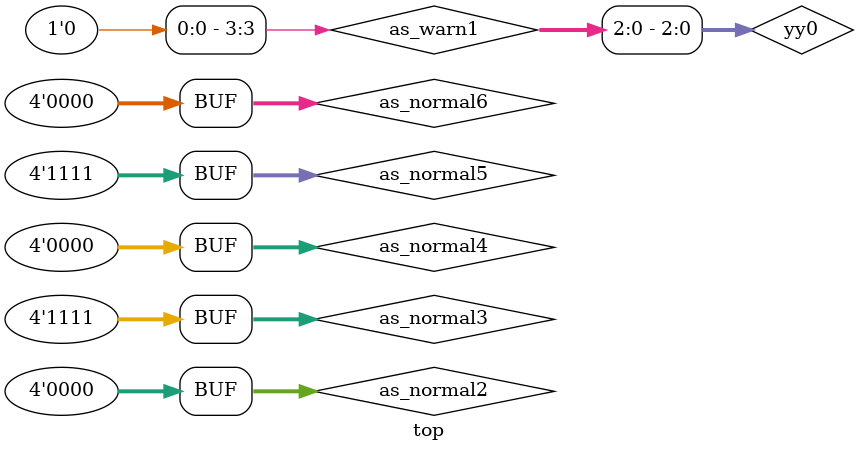
<source format=sv>
module top ;

  wire cond;
  wire [3:0] xx0, xx1, xx2;
  wire [2:0] yy0, yy1, yy2;


  wire [3:0] as_normal1 = xx0;
  wire [3:0] as_normal2 = 0;
  wire [3:0] as_normal3 = 15;
  wire [3:0] as_normal4 = '0;
  wire [3:0] as_normal5 = '1;
  wire [3:0] as_normal6 = 1'b0;

  wire [3:0] as_warn1 = yy0;         // warn because 2-bit answer gets extended to 4 bits
  wire [3:0] as_warn2 = yy0 & yy2;   // warn because 3-bit answer gets extended to 4 bits
  wire [3:0] as_warn3 = xx0 < xx1;   // warn because 1-bit answer gets extended to 4 bits



endmodule

</source>
